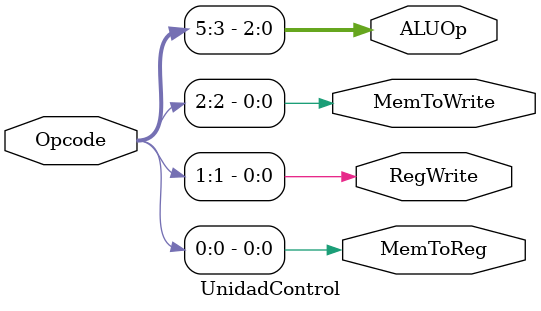
<source format=v>
module UnidadControl(
	input [5:0]Opcode,
	output reg MemToReg,
	output reg RegWrite,
	output reg MemToWrite,
	output reg [2:0]ALUOp
	);
	
	always@*
		begin
			MemToReg = Opcode[0:0];
			RegWrite = Opcode[1:1];
			MemToWrite = Opcode[2:2];
			ALUOp = Opcode[5:3];
		end
endmodule

</source>
